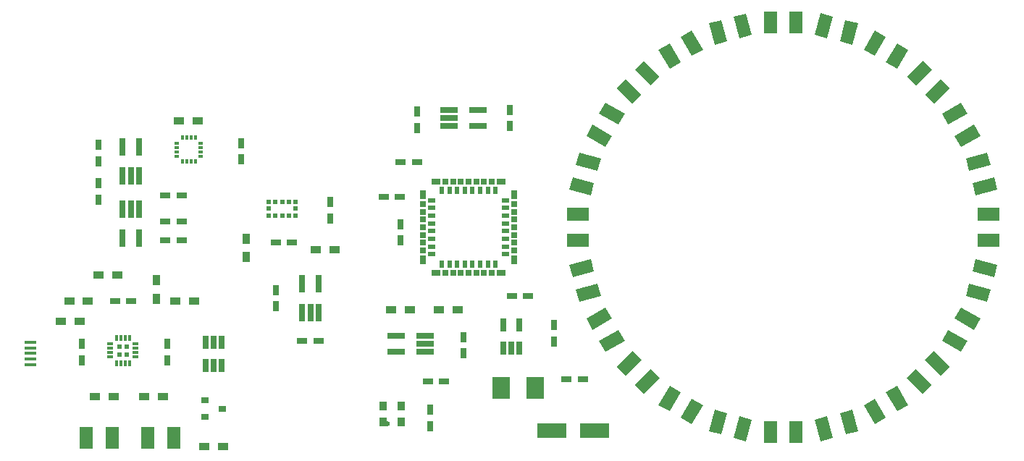
<source format=gtp>
G04 #@! TF.FileFunction,Paste,Top*
%FSLAX46Y46*%
G04 Gerber Fmt 4.6, Leading zero omitted, Abs format (unit mm)*
G04 Created by KiCad (PCBNEW 4.0.6) date 08/03/17 11:48:30*
%MOMM*%
%LPD*%
G01*
G04 APERTURE LIST*
%ADD10C,0.100000*%
%ADD11R,0.610000X0.320000*%
%ADD12R,0.320000X0.610000*%
%ADD13R,1.200000X0.750000*%
%ADD14R,0.750000X1.200000*%
%ADD15R,1.500000X2.600000*%
%ADD16R,2.600000X1.500000*%
%ADD17R,1.350000X0.400000*%
%ADD18R,2.000000X2.500000*%
%ADD19R,0.650000X1.560000*%
%ADD20R,0.900000X0.800000*%
%ADD21R,1.200000X0.900000*%
%ADD22R,0.900000X1.200000*%
%ADD23R,2.000000X0.650000*%
%ADD24R,0.650000X2.000000*%
%ADD25R,0.500000X0.500000*%
%ADD26R,0.900000X1.000000*%
%ADD27R,0.750000X0.300000*%
%ADD28R,0.300000X0.750000*%
%ADD29R,0.540000X0.540000*%
%ADD30R,3.500000X1.800000*%
%ADD31R,0.840000X0.500000*%
%ADD32R,0.500000X0.840000*%
%ADD33R,0.650000X1.100000*%
%ADD34R,0.650000X0.650000*%
%ADD35R,1.100000X0.650000*%
G04 APERTURE END LIST*
D10*
D11*
X124700000Y-79870000D03*
X124700000Y-79370000D03*
X124700000Y-78870000D03*
X124700000Y-78370000D03*
X121910000Y-79870000D03*
X121910000Y-79370000D03*
X121910000Y-78870000D03*
X121910000Y-78370000D03*
D12*
X124050000Y-77720000D03*
X123550000Y-77720000D03*
X123050000Y-77720000D03*
X122550000Y-77720000D03*
X124050000Y-80520000D03*
X123550000Y-80520000D03*
X123050000Y-80520000D03*
X122550000Y-80520000D03*
D13*
X162950000Y-96200000D03*
X161050000Y-96200000D03*
D14*
X166000000Y-99650000D03*
X166000000Y-101550000D03*
D13*
X169350000Y-106000000D03*
X167450000Y-106000000D03*
X149950000Y-80600000D03*
X148050000Y-80600000D03*
D14*
X150000000Y-76550000D03*
X150000000Y-74650000D03*
D13*
X146050000Y-84600000D03*
X147950000Y-84600000D03*
D14*
X160800000Y-74450000D03*
X160800000Y-76350000D03*
X148000000Y-87850000D03*
X148000000Y-89750000D03*
X151500000Y-109550000D03*
X151500000Y-111450000D03*
D13*
X151250000Y-106200000D03*
X153150000Y-106200000D03*
D14*
X155400000Y-102950000D03*
X155400000Y-101050000D03*
D13*
X136550000Y-101500000D03*
X138450000Y-101500000D03*
D14*
X133500000Y-95550000D03*
X133500000Y-97450000D03*
D13*
X135350000Y-90000000D03*
X133450000Y-90000000D03*
D14*
X112750000Y-83050000D03*
X112750000Y-84950000D03*
D13*
X120550000Y-84500000D03*
X122450000Y-84500000D03*
D14*
X129380000Y-80230000D03*
X129380000Y-78330000D03*
X112750000Y-78550000D03*
X112750000Y-80450000D03*
D13*
X120550000Y-87500000D03*
X122450000Y-87500000D03*
X120550000Y-89750000D03*
X122450000Y-89750000D03*
X116550000Y-96800000D03*
X114650000Y-96800000D03*
D14*
X110800000Y-103750000D03*
X110800000Y-101850000D03*
X120800000Y-101850000D03*
X120800000Y-103750000D03*
X139800000Y-87150000D03*
X139800000Y-85250000D03*
D15*
X194290000Y-64190000D03*
X191290000Y-64190000D03*
D10*
G36*
X201509798Y-64326640D02*
X200836869Y-66838047D01*
X199387980Y-66449818D01*
X200060909Y-63938411D01*
X201509798Y-64326640D01*
X201509798Y-64326640D01*
G37*
G36*
X198612020Y-63550182D02*
X197939091Y-66061589D01*
X196490202Y-65673360D01*
X197163131Y-63161953D01*
X198612020Y-63550182D01*
X198612020Y-63550182D01*
G37*
G36*
X207388557Y-67404557D02*
X206088557Y-69656223D01*
X204789519Y-68906223D01*
X206089519Y-66654557D01*
X207388557Y-67404557D01*
X207388557Y-67404557D01*
G37*
G36*
X204790481Y-65904557D02*
X203490481Y-68156223D01*
X202191443Y-67406223D01*
X203491443Y-65154557D01*
X204790481Y-65904557D01*
X204790481Y-65904557D01*
G37*
G36*
X212270792Y-71891188D02*
X210432314Y-73729666D01*
X209371654Y-72669006D01*
X211210132Y-70830528D01*
X212270792Y-71891188D01*
X212270792Y-71891188D01*
G37*
G36*
X210149472Y-69769868D02*
X208310994Y-71608346D01*
X207250334Y-70547686D01*
X209088812Y-68709208D01*
X210149472Y-69769868D01*
X210149472Y-69769868D01*
G37*
D16*
X216790000Y-89690000D03*
X216790000Y-86690000D03*
D10*
G36*
X216645580Y-96911455D02*
X214134173Y-96238526D01*
X214522402Y-94789637D01*
X217033809Y-95462566D01*
X216645580Y-96911455D01*
X216645580Y-96911455D01*
G37*
G36*
X217422038Y-94013677D02*
X214910631Y-93340748D01*
X215298860Y-91891859D01*
X217810267Y-92564788D01*
X217422038Y-94013677D01*
X217422038Y-94013677D01*
G37*
G36*
X213575443Y-102788557D02*
X211323777Y-101488557D01*
X212073777Y-100189519D01*
X214325443Y-101489519D01*
X213575443Y-102788557D01*
X213575443Y-102788557D01*
G37*
G36*
X215075443Y-100190481D02*
X212823777Y-98890481D01*
X213573777Y-97591443D01*
X215825443Y-98891443D01*
X215075443Y-100190481D01*
X215075443Y-100190481D01*
G37*
G36*
X209088812Y-107670792D02*
X207250334Y-105832314D01*
X208310994Y-104771654D01*
X210149472Y-106610132D01*
X209088812Y-107670792D01*
X209088812Y-107670792D01*
G37*
G36*
X211210132Y-105549472D02*
X209371654Y-103710994D01*
X210432314Y-102650334D01*
X212270792Y-104488812D01*
X211210132Y-105549472D01*
X211210132Y-105549472D01*
G37*
D15*
X191290000Y-112190000D03*
X194290000Y-112190000D03*
D10*
G36*
X184068545Y-112045580D02*
X184741474Y-109534173D01*
X186190363Y-109922402D01*
X185517434Y-112433809D01*
X184068545Y-112045580D01*
X184068545Y-112045580D01*
G37*
G36*
X186966323Y-112822038D02*
X187639252Y-110310631D01*
X189088141Y-110698860D01*
X188415212Y-113210267D01*
X186966323Y-112822038D01*
X186966323Y-112822038D01*
G37*
G36*
X178191443Y-108975443D02*
X179491443Y-106723777D01*
X180790481Y-107473777D01*
X179490481Y-109725443D01*
X178191443Y-108975443D01*
X178191443Y-108975443D01*
G37*
G36*
X180789519Y-110475443D02*
X182089519Y-108223777D01*
X183388557Y-108973777D01*
X182088557Y-111225443D01*
X180789519Y-110475443D01*
X180789519Y-110475443D01*
G37*
G36*
X173309208Y-104488812D02*
X175147686Y-102650334D01*
X176208346Y-103710994D01*
X174369868Y-105549472D01*
X173309208Y-104488812D01*
X173309208Y-104488812D01*
G37*
G36*
X175430528Y-106610132D02*
X177269006Y-104771654D01*
X178329666Y-105832314D01*
X176491188Y-107670792D01*
X175430528Y-106610132D01*
X175430528Y-106610132D01*
G37*
D16*
X168790000Y-86690000D03*
X168790000Y-89690000D03*
D10*
G36*
X168934420Y-79468545D02*
X171445827Y-80141474D01*
X171057598Y-81590363D01*
X168546191Y-80917434D01*
X168934420Y-79468545D01*
X168934420Y-79468545D01*
G37*
G36*
X168157962Y-82366323D02*
X170669369Y-83039252D01*
X170281140Y-84488141D01*
X167769733Y-83815212D01*
X168157962Y-82366323D01*
X168157962Y-82366323D01*
G37*
G36*
X172004557Y-73591443D02*
X174256223Y-74891443D01*
X173506223Y-76190481D01*
X171254557Y-74890481D01*
X172004557Y-73591443D01*
X172004557Y-73591443D01*
G37*
G36*
X170504557Y-76189519D02*
X172756223Y-77489519D01*
X172006223Y-78788557D01*
X169754557Y-77488557D01*
X170504557Y-76189519D01*
X170504557Y-76189519D01*
G37*
G36*
X176491188Y-68709208D02*
X178329666Y-70547686D01*
X177269006Y-71608346D01*
X175430528Y-69769868D01*
X176491188Y-68709208D01*
X176491188Y-68709208D01*
G37*
G36*
X174369868Y-70830528D02*
X176208346Y-72669006D01*
X175147686Y-73729666D01*
X173309208Y-71891188D01*
X174369868Y-70830528D01*
X174369868Y-70830528D01*
G37*
G36*
X215825443Y-77488557D02*
X213573777Y-78788557D01*
X212823777Y-77489519D01*
X215075443Y-76189519D01*
X215825443Y-77488557D01*
X215825443Y-77488557D01*
G37*
G36*
X214325443Y-74890481D02*
X212073777Y-76190481D01*
X211323777Y-74891443D01*
X213575443Y-73591443D01*
X214325443Y-74890481D01*
X214325443Y-74890481D01*
G37*
G36*
X203491443Y-111225443D02*
X202191443Y-108973777D01*
X203490481Y-108223777D01*
X204790481Y-110475443D01*
X203491443Y-111225443D01*
X203491443Y-111225443D01*
G37*
G36*
X206089519Y-109725443D02*
X204789519Y-107473777D01*
X206088557Y-106723777D01*
X207388557Y-108975443D01*
X206089519Y-109725443D01*
X206089519Y-109725443D01*
G37*
G36*
X169754557Y-98891443D02*
X172006223Y-97591443D01*
X172756223Y-98890481D01*
X170504557Y-100190481D01*
X169754557Y-98891443D01*
X169754557Y-98891443D01*
G37*
G36*
X171254557Y-101489519D02*
X173506223Y-100189519D01*
X174256223Y-101488557D01*
X172004557Y-102788557D01*
X171254557Y-101489519D01*
X171254557Y-101489519D01*
G37*
G36*
X182088557Y-65154557D02*
X183388557Y-67406223D01*
X182089519Y-68156223D01*
X180789519Y-65904557D01*
X182088557Y-65154557D01*
X182088557Y-65154557D01*
G37*
G36*
X179490481Y-66654557D02*
X180790481Y-68906223D01*
X179491443Y-69656223D01*
X178191443Y-67404557D01*
X179490481Y-66654557D01*
X179490481Y-66654557D01*
G37*
G36*
X217810267Y-83815212D02*
X215298860Y-84488141D01*
X214910631Y-83039252D01*
X217422038Y-82366323D01*
X217810267Y-83815212D01*
X217810267Y-83815212D01*
G37*
G36*
X217033809Y-80917434D02*
X214522402Y-81590363D01*
X214134173Y-80141474D01*
X216645580Y-79468545D01*
X217033809Y-80917434D01*
X217033809Y-80917434D01*
G37*
G36*
X197164788Y-113210267D02*
X196491859Y-110698860D01*
X197940748Y-110310631D01*
X198613677Y-112822038D01*
X197164788Y-113210267D01*
X197164788Y-113210267D01*
G37*
G36*
X200062566Y-112433809D02*
X199389637Y-109922402D01*
X200838526Y-109534173D01*
X201511455Y-112045580D01*
X200062566Y-112433809D01*
X200062566Y-112433809D01*
G37*
G36*
X167769733Y-92564788D02*
X170281140Y-91891859D01*
X170669369Y-93340748D01*
X168157962Y-94013677D01*
X167769733Y-92564788D01*
X167769733Y-92564788D01*
G37*
G36*
X168546191Y-95462566D02*
X171057598Y-94789637D01*
X171445827Y-96238526D01*
X168934420Y-96911455D01*
X168546191Y-95462566D01*
X168546191Y-95462566D01*
G37*
G36*
X188415212Y-63169733D02*
X189088141Y-65681140D01*
X187639252Y-66069369D01*
X186966323Y-63557962D01*
X188415212Y-63169733D01*
X188415212Y-63169733D01*
G37*
G36*
X185517434Y-63946191D02*
X186190363Y-66457598D01*
X184741474Y-66845827D01*
X184068545Y-64334420D01*
X185517434Y-63946191D01*
X185517434Y-63946191D01*
G37*
D15*
X118500000Y-112800000D03*
X121500000Y-112800000D03*
X111300000Y-112800000D03*
X114300000Y-112800000D03*
D17*
X104740000Y-101650000D03*
X104740000Y-102300000D03*
X104740000Y-102950000D03*
X104740000Y-103600000D03*
X104740000Y-104250000D03*
D18*
X163800000Y-107000000D03*
X159800000Y-107000000D03*
D19*
X125250000Y-104350000D03*
X126200000Y-104350000D03*
X127150000Y-104350000D03*
X127150000Y-101650000D03*
X125250000Y-101650000D03*
X126200000Y-101650000D03*
D20*
X125200000Y-108450000D03*
X125200000Y-110350000D03*
X127200000Y-109400000D03*
D21*
X154700000Y-97800000D03*
X152500000Y-97800000D03*
X149100000Y-97800000D03*
X146900000Y-97800000D03*
D22*
X130000000Y-91700000D03*
X130000000Y-89500000D03*
D21*
X140300000Y-90800000D03*
X138100000Y-90800000D03*
X122140000Y-75740000D03*
X124340000Y-75740000D03*
X110500000Y-99200000D03*
X108300000Y-99200000D03*
X109300000Y-96800000D03*
X111500000Y-96800000D03*
D22*
X119500000Y-94400000D03*
X119500000Y-96600000D03*
D21*
X114900000Y-93800000D03*
X112700000Y-93800000D03*
X118100000Y-108000000D03*
X120300000Y-108000000D03*
X112300000Y-108000000D03*
X114500000Y-108000000D03*
X123900000Y-96800000D03*
X121700000Y-96800000D03*
X127300000Y-113800000D03*
X125100000Y-113800000D03*
D19*
X160050000Y-102350000D03*
X161000000Y-102350000D03*
X161950000Y-102350000D03*
X161950000Y-99650000D03*
X160050000Y-99650000D03*
D23*
X153690000Y-74450000D03*
X153690000Y-75400000D03*
X153690000Y-76350000D03*
X157110000Y-76350000D03*
X157110000Y-74450000D03*
X150910000Y-102750000D03*
X150910000Y-101800000D03*
X150910000Y-100850000D03*
X147490000Y-100850000D03*
X147490000Y-102750000D03*
D24*
X136550000Y-98210000D03*
X137500000Y-98210000D03*
X138450000Y-98210000D03*
X138450000Y-94790000D03*
X136550000Y-94790000D03*
D25*
X135800000Y-86800000D03*
X135000000Y-86800000D03*
X134200000Y-86800000D03*
X133400000Y-86800000D03*
X132600000Y-86800000D03*
X132600000Y-86000000D03*
X135800000Y-86000000D03*
X132600000Y-85200000D03*
X133400000Y-85200000D03*
X134200000Y-85200000D03*
X135000000Y-85200000D03*
X135800000Y-85200000D03*
D24*
X115550000Y-82210000D03*
X116500000Y-82210000D03*
X117450000Y-82210000D03*
X117450000Y-78790000D03*
X115550000Y-78790000D03*
X117450000Y-86040000D03*
X116500000Y-86040000D03*
X115550000Y-86040000D03*
X115550000Y-89460000D03*
X117450000Y-89460000D03*
D26*
X146000000Y-111000000D03*
X148100000Y-111000000D03*
X146000000Y-109100000D03*
X148100000Y-109100000D03*
D10*
G36*
X146450000Y-110900000D02*
X146750000Y-111000000D01*
X146750000Y-111400000D01*
X146450000Y-111500000D01*
X146450000Y-110900000D01*
X146450000Y-110900000D01*
G37*
D27*
X114125000Y-101850000D03*
X114125000Y-102350000D03*
X114125000Y-102850000D03*
X114125000Y-103350000D03*
D28*
X114850000Y-104075000D03*
X115350000Y-104075000D03*
X115850000Y-104075000D03*
X116350000Y-104075000D03*
D27*
X117075000Y-103350000D03*
X117075000Y-102850000D03*
X117075000Y-102350000D03*
X117075000Y-101850000D03*
D28*
X116350000Y-101125000D03*
X115850000Y-101125000D03*
X115350000Y-101125000D03*
X114850000Y-101125000D03*
D29*
X116050000Y-103050000D03*
X116050000Y-102150000D03*
X115150000Y-103050000D03*
X115150000Y-102150000D03*
D30*
X165700000Y-112000000D03*
X170700000Y-112000000D03*
D31*
X160310000Y-91340000D03*
X160310000Y-90440000D03*
X160310000Y-89540000D03*
X160310000Y-88640000D03*
X160310000Y-87740000D03*
X160310000Y-86840000D03*
X160310000Y-85940000D03*
X160310000Y-85040000D03*
D32*
X159150000Y-83880000D03*
X158250000Y-83880000D03*
X157350000Y-83880000D03*
X156450000Y-83880000D03*
X155550000Y-83880000D03*
X154650000Y-83880000D03*
X153750000Y-83880000D03*
X152850000Y-83880000D03*
D31*
X151690000Y-85040000D03*
X151690000Y-85940000D03*
X151690000Y-86840000D03*
X151690000Y-87740000D03*
X151690000Y-88640000D03*
X151690000Y-89540000D03*
X151690000Y-90440000D03*
X151690000Y-91340000D03*
D32*
X152850000Y-92500000D03*
X153750000Y-92500000D03*
X154650000Y-92500000D03*
X155550000Y-92500000D03*
X156450000Y-92500000D03*
X157350000Y-92500000D03*
X158250000Y-92500000D03*
X159150000Y-92500000D03*
D33*
X161305000Y-92015000D03*
D34*
X161305000Y-90890000D03*
X161305000Y-89990000D03*
X161305000Y-89090000D03*
X161305000Y-88190000D03*
X161305000Y-87290000D03*
X161305000Y-86390000D03*
X161305000Y-85490000D03*
D33*
X161305000Y-84365000D03*
D35*
X159825000Y-82885000D03*
D34*
X158700000Y-82885000D03*
X157800000Y-82885000D03*
X156900000Y-82885000D03*
X156000000Y-82885000D03*
X155100000Y-82885000D03*
X154200000Y-82885000D03*
X153300000Y-82885000D03*
D35*
X152175000Y-82885000D03*
D33*
X150695000Y-84365000D03*
D34*
X150695000Y-85490000D03*
X150695000Y-86390000D03*
X150695000Y-87290000D03*
X150695000Y-88190000D03*
X150695000Y-89090000D03*
X150695000Y-89990000D03*
X150695000Y-90890000D03*
D33*
X150695000Y-92015000D03*
D35*
X152175000Y-93495000D03*
D34*
X153300000Y-93495000D03*
X154200000Y-93495000D03*
X155100000Y-93495000D03*
X156000000Y-93495000D03*
X156900000Y-93495000D03*
X157800000Y-93495000D03*
X158700000Y-93495000D03*
D35*
X159825000Y-93495000D03*
M02*

</source>
